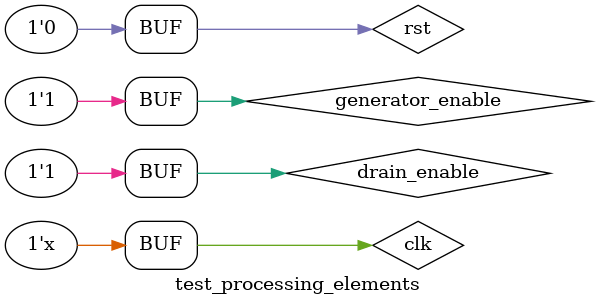
<source format=sv>
`timescale 1ns / 1ps

module test_processing_elements;
	parameter PERIOD=10;
	parameter DATA_WIDTH=16;
	parameter OUT_WIDTH=16;
	parameter BLOCK_SIZE_LOG=8;
	parameter IS_SIGNED=0;
	parameter USE_ACC=0;
	parameter USE_AVG=0;
	parameter USE_REP=0;
	parameter USE_CLP=0;
	parameter USE_RED=1;
	
	//controls
	reg clk, rst;
	reg generator_enable;
	reg drain_enable;
	//inputs
	wire gen_valid, gen_ready;
	wire[DATA_WIDTH-1:0] gen_data;
	//wired outputs
	wire acc_ready;
	wire acc_valid;
	wire[OUT_WIDTH-1:0] acc_data;
	
	
	
	helper_axis_generator #(.DATA_WIDTH(DATA_WIDTH), .RANDOM(0)) GEN_0
		(
			.clk(clk), .rst(rst), .enable(generator_enable),
			.output_valid(gen_valid),
			.output_data(gen_data),
			.output_ready(gen_ready)
		);
		
	if (USE_ACC == 1) begin: gen_accumulator
		axis_accumulator #(.DATA_WIDTH(DATA_WIDTH), .ACC_COUNT_LOG(BLOCK_SIZE_LOG), .ACC_COUNT(2**BLOCK_SIZE_LOG), .IS_SIGNED(IS_SIGNED)) acc
			(
				.clk(clk), .rst(rst),
				.input_valid(gen_valid),
				.input_ready(gen_ready),
				.input_data(gen_data),
				.output_ready(acc_ready),
				.output_valid(acc_valid),
				.output_data(acc_data)
			);
	end

	if (USE_AVG == 1) begin: gen_averager
		axis_averager_pow2 #(.DATA_WIDTH(DATA_WIDTH), .ELEMENT_COUNT_LOG(BLOCK_SIZE_LOG), .IS_SIGNED(IS_SIGNED)) averager
			(
				.clk(clk), .rst(rst),
				.input_valid(gen_valid),
				.input_ready(gen_ready),
				.input_data(gen_data),
				.output_ready(acc_ready),
				.output_valid(acc_valid),
				.output_data(acc_data)
			);
	end
	
	if (USE_REP == 1) begin: gen_repeater
		axis_data_repeater #(.DATA_WIDTH(DATA_WIDTH), .NUMBER_OF_REPETITIONS(7)) repeater
			(
				.clk(clk), .rst(rst),
				.input_valid(gen_valid),
				.input_ready(gen_ready),
				.input_data(gen_data),
				.output_ready(acc_ready),
				.output_valid(acc_valid),
				.output_data(acc_data)
			);
	end

	if (USE_CLP == 1) begin: gen_clamper
		axis_interval_clamper #(.DATA_WIDTH(DATA_WIDTH), .IS_SIGNED(IS_SIGNED), .LOWER_LIMIT(256), .UPPER_LIMIT(2**14)) clamper
			(
				.clk(clk), .rst(rst),
				.input_valid(gen_valid),
				.input_ready(gen_ready),
				.input_data(gen_data),
				.output_ready(acc_ready),
				.output_valid(acc_valid),
				.output_data(acc_data)
			);
	end

	if (USE_RED == 1) begin: gen_reducer
		axis_reducer #(.DATA_WIDTH(DATA_WIDTH), .VALID_TRANSACTIONS(17), .INVALID_TRANSACTIONS(3), .START_VALID(1)) reducer
			(
				.clk(clk), .rst(rst),
				.input_valid(gen_valid),
				.input_ready(gen_ready),
				.input_data(gen_data),
				.output_ready(acc_ready),
				.output_valid(acc_valid),
				.output_data(acc_data)
			);
	end
		
	helper_axis_drain #(.DATA_WIDTH(OUT_WIDTH)) DRAIN
		(
			.clk(clk), .rst(rst), .enable(drain_enable),
			.input_valid(acc_valid),
			.input_ready(acc_ready),
			.input_data(acc_data)
		);
	
	
	always #(PERIOD/2) clk = ~clk;

	
	initial begin
		clk = 1;
		rst = 1;
		generator_enable = 0;
		drain_enable = 0;
		
		#(PERIOD)
		#(PERIOD/2);
		rst = 0;
		generator_enable = 1;
		
		#(PERIOD*10);
		drain_enable = 1;
		
		#(PERIOD*10);
		generator_enable = 0;
		
		#(PERIOD*10);
		generator_enable = 1;
	end

    
endmodule
</source>
